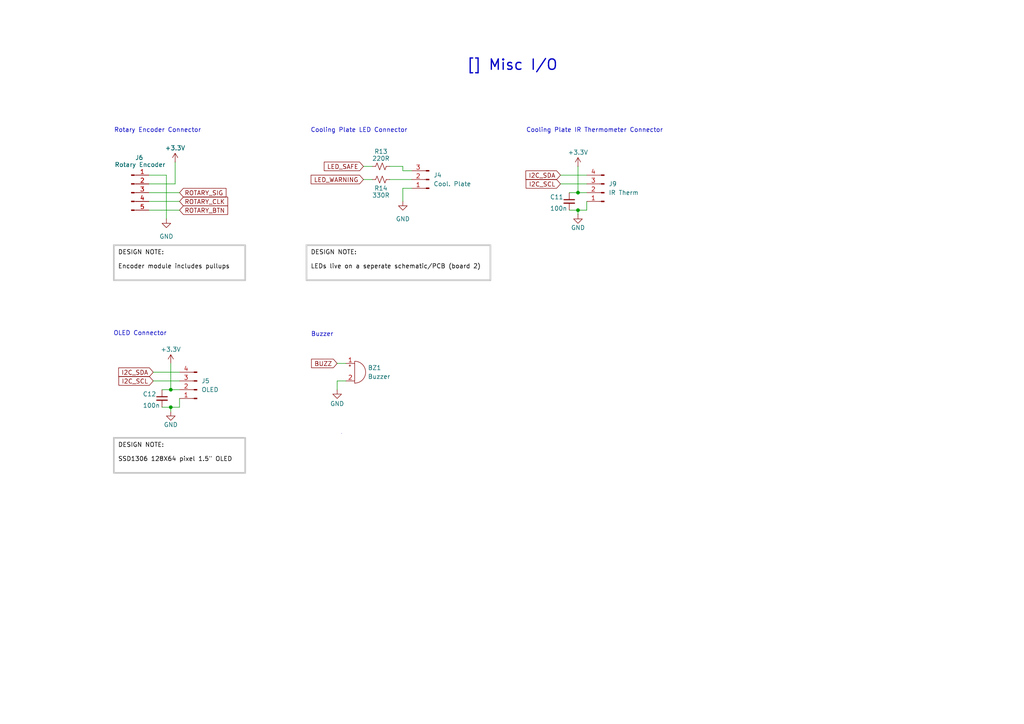
<source format=kicad_sch>
(kicad_sch (version 20231120) (generator "eeschema") (generator_version "8.0")
  (paper "A4")
  (title_block (title "Misc I/O") (date "2025-02-19") (rev "1.1") (company "Wattle Labs"))
  (lib_symbols
    (symbol "Connector:Conn_01x03_Pin" (pin_names (offset 1.016) hide)
      (property "Reference" "J" (at 0 5.08 0))
      (property "Value" "Conn_01x03_Pin" (at 0 -5.08 0))
      (symbol "Conn_01x03_Pin_1_1"
        (polyline (pts (xy 1.27 -2.54) (xy 0.8636 -2.54)) (stroke (width 0.1524)))
        (polyline (pts (xy 1.27 0) (xy 0.8636 0)) (stroke (width 0.1524)))
        (polyline (pts (xy 1.27 2.54) (xy 0.8636 2.54)) (stroke (width 0.1524)))
        (rectangle (start 0.8636 -2.413) (end 0 -2.667) (stroke (width 0.1524)) (fill (type outline)))
        (rectangle (start 0.8636 0.127) (end 0 -0.127) (stroke (width 0.1524)) (fill (type outline)))
        (rectangle (start 0.8636 2.667) (end 0 2.413) (stroke (width 0.1524)) (fill (type outline)))
        (pin passive line (at 5.08 2.54 180) (length 3.81) (name "Pin_1") (number "1"))
        (pin passive line (at 5.08 0 180) (length 3.81) (name "Pin_2") (number "2"))
        (pin passive line (at 5.08 -2.54 180) (length 3.81) (name "Pin_3") (number "3"))
      )
    )
    (symbol "Connector:Conn_01x04_Pin" (pin_names (offset 1.016) hide)
      (property "Reference" "J" (at 0 5.08 0))
      (property "Value" "Conn_01x04_Pin" (at 0 -7.62 0))
      (symbol "Conn_01x04_Pin_1_1"
        (polyline (pts (xy 1.27 -5.08) (xy 0.8636 -5.08)) (stroke (width 0.1524)))
        (polyline (pts (xy 1.27 -2.54) (xy 0.8636 -2.54)) (stroke (width 0.1524)))
        (polyline (pts (xy 1.27 0) (xy 0.8636 0)) (stroke (width 0.1524)))
        (polyline (pts (xy 1.27 2.54) (xy 0.8636 2.54)) (stroke (width 0.1524)))
        (rectangle (start 0.8636 -4.953) (end 0 -5.207) (stroke (width 0.1524)) (fill (type outline)))
        (rectangle (start 0.8636 -2.413) (end 0 -2.667) (stroke (width 0.1524)) (fill (type outline)))
        (rectangle (start 0.8636 0.127) (end 0 -0.127) (stroke (width 0.1524)) (fill (type outline)))
        (rectangle (start 0.8636 2.667) (end 0 2.413) (stroke (width 0.1524)) (fill (type outline)))
        (pin passive line (at 5.08 2.54 180) (length 3.81) (name "Pin_1") (number "1"))
        (pin passive line (at 5.08 0 180) (length 3.81) (name "Pin_2") (number "2"))
        (pin passive line (at 5.08 -2.54 180) (length 3.81) (name "Pin_3") (number "3"))
        (pin passive line (at 5.08 -5.08 180) (length 3.81) (name "Pin_4") (number "4"))
      )
    )
    (symbol "Connector:Conn_01x05_Pin" (pin_names (offset 1.016) hide)
      (property "Reference" "J" (at 0 7.62 0))
      (property "Value" "Conn_01x05_Pin" (at 0 -7.62 0))
      (symbol "Conn_01x05_Pin_1_1"
        (polyline (pts (xy 1.27 -5.08) (xy 0.8636 -5.08)) (stroke (width 0.1524)))
        (polyline (pts (xy 1.27 -2.54) (xy 0.8636 -2.54)) (stroke (width 0.1524)))
        (polyline (pts (xy 1.27 0) (xy 0.8636 0)) (stroke (width 0.1524)))
        (polyline (pts (xy 1.27 2.54) (xy 0.8636 2.54)) (stroke (width 0.1524)))
        (polyline (pts (xy 1.27 5.08) (xy 0.8636 5.08)) (stroke (width 0.1524)))
        (rectangle (start 0.8636 -4.953) (end 0 -5.207) (stroke (width 0.1524)) (fill (type outline)))
        (rectangle (start 0.8636 -2.413) (end 0 -2.667) (stroke (width 0.1524)) (fill (type outline)))
        (rectangle (start 0.8636 0.127) (end 0 -0.127) (stroke (width 0.1524)) (fill (type outline)))
        (rectangle (start 0.8636 2.667) (end 0 2.413) (stroke (width 0.1524)) (fill (type outline)))
        (rectangle (start 0.8636 5.207) (end 0 4.953) (stroke (width 0.1524)) (fill (type outline)))
        (pin passive line (at 5.08 5.08 180) (length 3.81) (name "Pin_1") (number "1"))
        (pin passive line (at 5.08 2.54 180) (length 3.81) (name "Pin_2") (number "2"))
        (pin passive line (at 5.08 0 180) (length 3.81) (name "Pin_3") (number "3"))
        (pin passive line (at 5.08 -2.54 180) (length 3.81) (name "Pin_4") (number "4"))
        (pin passive line (at 5.08 -5.08 180) (length 3.81) (name "Pin_5") (number "5"))
      )
    )
    (symbol "Device:Buzzer" (pin_names (offset 0.0254) hide)
      (property "Reference" "BZ" (at 3.81 1.27 0))
      (property "Value" "Buzzer" (at 3.81 -1.27 0))
      (symbol "Buzzer_0_1"
        (arc (start 0 -3.175) (mid 3.1612 0) (end 0 3.175))
        (polyline (pts (xy -1.651 1.905) (xy -1.143 1.905)))
        (polyline (pts (xy -1.397 2.159) (xy -1.397 1.651)))
        (polyline (pts (xy 0 3.175) (xy 0 -3.175)))
      )
      (symbol "Buzzer_1_1"
        (pin passive line (at -2.54 2.54 0) (length 2.54) (name "+") (number "1"))
        (pin passive line (at -2.54 -2.54 0) (length 2.54) (name "-") (number "2"))
      )
    )
    (symbol "Device:C_Small" (pin_numbers hide) (pin_names (offset 0.254) hide)
      (property "Reference" "C" (at 0.254 1.778 0))
      (property "Value" "C_Small" (at 0.254 -2.032 0))
      (symbol "C_Small_0_1"
        (polyline (pts (xy -1.524 -0.508) (xy 1.524 -0.508)) (stroke (width 0.3302)))
        (polyline (pts (xy -1.524 0.508) (xy 1.524 0.508)) (stroke (width 0.3048)))
      )
      (symbol "C_Small_1_1"
        (pin passive line (at 0 2.54 270) (length 2.032) (name "~") (number "1"))
        (pin passive line (at 0 -2.54 90) (length 2.032) (name "~") (number "2"))
      )
    )
    (symbol "Device:R_Small_US" (pin_numbers hide) (pin_names (offset 0.254) hide)
      (property "Reference" "R" (at 0.762 0.508 0))
      (property "Value" "R_Small_US" (at 0.762 -1.016 0))
      (symbol "R_Small_US_1_1"
        (polyline (pts (xy 0 0) (xy 1.016 -0.381) (xy 0 -0.762) (xy -1.016 -1.143) (xy 0 -1.524)))
        (polyline (pts (xy 0 1.524) (xy 1.016 1.143) (xy 0 0.762) (xy -1.016 0.381) (xy 0 0)))
        (pin passive line (at 0 2.54 270) (length 1.016) (name "~") (number "1"))
        (pin passive line (at 0 -2.54 90) (length 1.016) (name "~") (number "2"))
      )
    )
    (symbol "power:+3.3V" (power) (pin_numbers hide) (pin_names (offset 0) hide)
      (property "Value" "+3.3V" (at 0 3.556 0))
      (symbol "+3.3V_0_1"
        (polyline (pts (xy -0.762 1.27) (xy 0 2.54)))
        (polyline (pts (xy 0 0) (xy 0 2.54)))
        (polyline (pts (xy 0 2.54) (xy 0.762 1.27)))
      )
      (symbol "+3.3V_1_1"
        (pin power_in line (at 0 0 90) (length 0) (name "~") (number "1"))
      )
    )
    (symbol "power:GND" (power) (pin_numbers hide) (pin_names (offset 0) hide)
      (property "Value" "GND" (at 0 -3.81 0))
      (symbol "GND_0_1"
        (polyline (pts (xy 0 0) (xy 0 -1.27) (xy 1.27 -1.27) (xy 0 -2.54) (xy -1.27 -1.27) (xy 0 -1.27)))
      )
      (symbol "GND_1_1"
        (pin power_in line (at 0 0 270) (length 0) (name "~") (number "1"))
      )
    )
  )
  (junction (at 167.64 60.96))
  (junction (at 49.53 113.03))
  (junction (at 167.64 55.88))
  (junction (at 49.53 118.11))
  (wire (pts (xy 100.33 110.49) (xy 97.79 110.49)))
  (wire (pts (xy 44.45 107.95) (xy 52.07 107.95)))
  (wire (pts (xy 50.8 53.34) (xy 50.8 46.99)))
  (wire (pts (xy 105.41 52.07) (xy 107.95 52.07)))
  (wire (pts (xy 116.84 54.61) (xy 116.84 58.42)))
  (wire (pts (xy 116.84 48.26) (xy 116.84 49.53)))
  (wire (pts (xy 49.53 118.11) (xy 46.99 118.11)))
  (wire (pts (xy 43.18 60.96) (xy 52.07 60.96)))
  (wire (pts (xy 43.18 53.34) (xy 50.8 53.34)))
  (wire (pts (xy 49.53 118.11) (xy 52.07 118.11)))
  (wire (pts (xy 113.03 48.26) (xy 116.84 48.26)))
  (wire (pts (xy 167.64 60.96) (xy 167.64 62.23)))
  (wire (pts (xy 97.79 110.49) (xy 97.79 113.03)))
  (wire (pts (xy 165.1 55.88) (xy 167.64 55.88)))
  (wire (pts (xy 46.99 113.03) (xy 49.53 113.03)))
  (wire (pts (xy 162.56 53.34) (xy 170.18 53.34)))
  (wire (pts (xy 43.18 55.88) (xy 52.07 55.88)))
  (wire (pts (xy 49.53 105.41) (xy 49.53 113.03)))
  (wire (pts (xy 119.38 54.61) (xy 116.84 54.61)))
  (wire (pts (xy 49.53 113.03) (xy 52.07 113.03)))
  (wire (pts (xy 162.56 50.8) (xy 170.18 50.8)))
  (wire (pts (xy 105.41 48.26) (xy 107.95 48.26)))
  (wire (pts (xy 170.18 58.42) (xy 170.18 60.96)))
  (wire (pts (xy 49.53 118.11) (xy 49.53 119.38)))
  (wire (pts (xy 167.64 48.26) (xy 167.64 55.88)))
  (wire (pts (xy 167.64 55.88) (xy 170.18 55.88)))
  (wire (pts (xy 43.18 50.8) (xy 48.26 50.8)))
  (wire (pts (xy 48.26 50.8) (xy 48.26 63.5)))
  (wire (pts (xy 97.79 105.41) (xy 100.33 105.41)))
  (wire (pts (xy 52.07 118.11) (xy 52.07 115.57)))
  (wire (pts (xy 43.18 58.42) (xy 52.07 58.42)))
  (wire (pts (xy 116.84 49.53) (xy 119.38 49.53)))
  (wire (pts (xy 113.03 52.07) (xy 119.38 52.07)))
  (wire (pts (xy 44.45 110.49) (xy 52.07 110.49)))
  (wire (pts (xy 167.64 60.96) (xy 170.18 60.96)))
  (wire (pts (xy 165.1 60.96) (xy 167.64 60.96)))
  (rectangle (start 99.06 125.73) (end 99.06 125.73))
  (text_box "DESIGN NOTE:\n\nLEDs live on a seperate schematic/PCB (board 2)" (at 88.9 71.12 0) (size 53.34 10.16) (stroke (width 0.5) (color 200 200 200 1)) (effects (font (size 1.27 1.27)) (justify left top)))
  (text_box "DESIGN NOTE:\n\nSSD1306 128X64 pixel 1.5\" OLED" (at 33.02 127 0) (size 38.1 10.16) (stroke (width 0.5) (color 200 200 200 1)) (effects (font (size 1.27 1.27)) (justify left top)))
  (text_box "DESIGN NOTE:\n\nEncoder module includes pullups" (at 33.02 71.12 0) (size 38.1 10.16) (stroke (width 0.5) (color 200 200 200 1)) (effects (font (size 1.27 1.27)) (justify left top)))
  (text_box "[${#}] ${TITLE}" (at 12.065 12.065 0) (size 273.05 13.335) (stroke (width -0.0001)) (effects (font (size 3 3) (thickness 0.375))))
  (text "OLED Connector" (at 40.64 96.774 0) (effects (font (size 1.27 1.27))))
  (text "Rotary Encoder Connector" (at 45.72 37.846 0) (effects (font (size 1.27 1.27))))
  (text "Cooling Plate LED Connector" (at 104.14 37.846 0) (effects (font (size 1.27 1.27))))
  (text "Cooling Plate IR Thermometer Connector" (at 172.466 37.846 0) (effects (font (size 1.27 1.27))))
  (text "Buzzer" (at 93.472 97.028 0) (effects (font (size 1.27 1.27))))
  (global_label "ROTARY_SIG" (shape input) (at 52.07 55.88 0) (property "Intersheetrefs" "${INTERSHEET_REFS}" (effects (hide yes))))
  (global_label "LED_SAFE" (shape input) (at 105.41 48.26 180) (property "Intersheetrefs" "${INTERSHEET_REFS}" (effects (hide yes))))
  (global_label "BUZZ" (shape input) (at 97.79 105.41 180) (property "Intersheetrefs" "${INTERSHEET_REFS}" (effects (hide yes))))
  (global_label "LED_WARNING" (shape input) (at 105.41 52.07 180) (property "Intersheetrefs" "${INTERSHEET_REFS}" (effects (hide yes))))
  (global_label "ROTARY_CLK" (shape input) (at 52.07 58.42 0) (property "Intersheetrefs" "${INTERSHEET_REFS}" (effects (hide yes))))
  (global_label "I2C_SCL" (shape input) (at 162.56 53.34 180) (property "Intersheetrefs" "${INTERSHEET_REFS}" (effects (hide yes))))
  (global_label "I2C_SDA" (shape input) (at 162.56 50.8 180) (property "Intersheetrefs" "${INTERSHEET_REFS}" (effects (hide yes))))
  (global_label "ROTARY_BTN" (shape input) (at 52.07 60.96 0) (property "Intersheetrefs" "${INTERSHEET_REFS}" (effects (hide yes))))
  (global_label "I2C_SCL" (shape input) (at 44.45 110.49 180) (property "Intersheetrefs" "${INTERSHEET_REFS}" (effects (hide yes))))
  (global_label "I2C_SDA" (shape input) (at 44.45 107.95 180) (property "Intersheetrefs" "${INTERSHEET_REFS}" (effects (hide yes))))
  (symbol (lib_id "Device:C_Small") (at 46.99 115.57 0) (unit 1)
    (property "Reference" "C12" (at 41.402 114.3 0) (effects (justify left)))
    (property "Value" "100n" (at 41.402 117.602 0) (effects (justify left)))
    (property "Footprint" "Capacitor_SMD:C_0603_1608Metric" (effects (hide yes)))
    (property "Description" "Unpolarized capacitor, small symbol" (effects (hide yes)))
    (property "Digikey_PN" "399-C0603C104K4RACTUCT-ND" (effects (hide yes)))
  )
  (symbol (lib_id "power:GND") (at 167.64 62.23 0) (unit 1)
    (property "Reference" "#PWR016" (effects (hide yes)))
    (property "Value" "GND" (at 167.64 66.04 0))
    (property "Description" "Power symbol creates a global label with name \"GND\" , ground" (effects (hide yes)))
  )
  (symbol (lib_id "Device:C_Small") (at 165.1 58.42 0) (unit 1)
    (property "Reference" "C11" (at 159.512 57.15 0) (effects (justify left)))
    (property "Value" "100n" (at 159.512 60.452 0) (effects (justify left)))
    (property "Footprint" "Capacitor_SMD:C_0603_1608Metric" (effects (hide yes)))
    (property "Description" "Unpolarized capacitor, small symbol" (effects (hide yes)))
    (property "Digikey_PN" "399-C0603C104K4RACTUCT-ND" (effects (hide yes)))
  )
  (symbol (lib_id "power:+3.3V") (at 49.53 105.41 0) (unit 1)
    (property "Reference" "#PWR018" (effects (hide yes)))
    (property "Value" "+3.3V" (at 49.53 101.346 0))
    (property "Description" "Power symbol creates a global label with name \"+3.3V\"" (effects (hide yes)))
  )
  (symbol (lib_id "Connector:Conn_01x05_Pin") (at 38.1 55.88 0) (unit 1)
    (property "Reference" "J6" (at 40.386 45.72 0))
    (property "Value" "Rotary Encoder" (at 40.64 47.752 0))
    (property "Footprint" "Connector_PinHeader_2.54mm:PinHeader_1x05_P2.54mm_Vertical" (effects (hide yes)))
    (property "Description" "Generic connector, single row, 01x05, script generated" (effects (hide yes)))
  )
  (symbol (lib_id "power:GND") (at 48.26 63.5 0) (unit 1)
    (property "Reference" "#PWR07" (effects (hide yes)))
    (property "Value" "GND" (at 48.26 68.58 0))
    (property "Description" "Power symbol creates a global label with name \"GND\" , ground" (effects (hide yes)))
  )
  (symbol (lib_id "Device:R_Small_US") (at 110.49 52.07 270) (unit 1)
    (property "Reference" "R14" (at 110.49 54.61 90))
    (property "Value" "330R" (at 110.49 56.642 90))
    (property "Footprint" "Resistor_SMD:R_0603_1608Metric_Pad0.98x0.95mm_HandSolder" (effects (hide yes)))
    (property "Description" "330R 1/4W" (effects (hide yes)))
    (property "Digikey_PN" "541-10456-1-ND" (effects (hide yes)))
  )
  (symbol (lib_id "Connector:Conn_01x03_Pin") (at 124.46 52.07 180) (unit 1)
    (property "Reference" "J4" (at 125.73 50.7999 0) (effects (justify right)))
    (property "Value" "Cool. Plate" (at 125.73 53.3399 0) (effects (justify right)))
    (property "Footprint" "Connector_PinHeader_2.54mm:PinHeader_1x03_P2.54mm_Vertical" (effects (hide yes)))
    (property "Description" "Generic connector, single row, 01x03, script generated" (effects (hide yes)))
  )
  (symbol (lib_id "power:+3.3V") (at 167.64 48.26 0) (unit 1)
    (property "Reference" "#PWR015" (effects (hide yes)))
    (property "Value" "+3.3V" (at 167.64 44.196 0))
    (property "Description" "Power symbol creates a global label with name \"+3.3V\"" (effects (hide yes)))
  )
  (symbol (lib_id "Device:Buzzer") (at 102.87 107.95 0) (unit 1)
    (property "Reference" "BZ1" (at 106.68 106.6799 0) (effects (justify left)))
    (property "Value" "Buzzer" (at 106.68 109.2199 0) (effects (justify left)))
    (property "Footprint" "Buzzer_Beeper:Buzzer_12x9.5RM7.6" (effects (hide yes)))
    (property "Description" "Buzzer, polarized" (effects (hide yes)))
    (property "Supplier" "https://www.digikey.co.nz/en/products/detail/pui-audio-inc/AT-1224-TWT-5V-2-R/5011404" (effects (hide yes)))
    (property "Digikey_PN" "668-1470-ND" (effects (hide yes)))
  )
  (symbol (lib_id "Connector:Conn_01x04_Pin") (at 57.15 113.03 180) (unit 1)
    (property "Reference" "J5" (at 58.42 110.4899 0) (effects (justify right)))
    (property "Value" "OLED" (at 58.42 113.0299 0) (effects (justify right)))
    (property "Footprint" "Connector_PinHeader_2.54mm:PinHeader_1x04_P2.54mm_Vertical" (effects (hide yes)))
    (property "Description" "Generic connector, single row, 01x04, script generated" (effects (hide yes)))
  )
  (symbol (lib_id "Connector:Conn_01x04_Pin") (at 175.26 55.88 180) (unit 1)
    (property "Reference" "J9" (at 176.53 53.3399 0) (effects (justify right)))
    (property "Value" "IR Therm" (at 176.53 55.8799 0) (effects (justify right)))
    (property "Footprint" "Connector_PinHeader_2.54mm:PinHeader_1x04_P2.54mm_Vertical" (effects (hide yes)))
    (property "Description" "Generic connector, single row, 01x04, script generated" (effects (hide yes)))
  )
  (symbol (lib_id "power:GND") (at 116.84 58.42 0) (unit 1)
    (property "Reference" "#PWR012" (effects (hide yes)))
    (property "Value" "GND" (at 116.84 63.5 0))
    (property "Description" "Power symbol creates a global label with name \"GND\" , ground" (effects (hide yes)))
  )
  (symbol (lib_id "power:+3.3V") (at 50.8 46.99 0) (unit 1)
    (property "Reference" "#PWR08" (effects (hide yes)))
    (property "Value" "+3.3V" (at 50.8 42.926 0))
    (property "Description" "Power symbol creates a global label with name \"+3.3V\"" (effects (hide yes)))
  )
  (symbol (lib_id "Device:R_Small_US") (at 110.49 48.26 270) (unit 1)
    (property "Reference" "R13" (at 110.49 43.942 90))
    (property "Value" "220R" (at 110.49 45.974 90))
    (property "Footprint" "Resistor_SMD:R_0603_1608Metric_Pad0.98x0.95mm_HandSolder" (effects (hide yes)))
    (property "Description" "220R 1/4W" (effects (hide yes)))
    (property "Digikey_PN" "541-10440-1-ND" (effects (hide yes)))
  )
  (symbol (lib_id "power:GND") (at 97.79 113.03 0) (unit 1)
    (property "Reference" "#PWR034" (effects (hide yes)))
    (property "Value" "GND" (at 97.79 117.094 0))
    (property "Description" "Power symbol creates a global label with name \"GND\" , ground" (effects (hide yes)))
  )
  (symbol (lib_id "power:GND") (at 49.53 119.38 0) (unit 1)
    (property "Reference" "#PWR030" (effects (hide yes)))
    (property "Value" "GND" (at 49.53 123.19 0))
    (property "Description" "Power symbol creates a global label with name \"GND\" , ground" (effects (hide yes)))
  )
)
</source>
